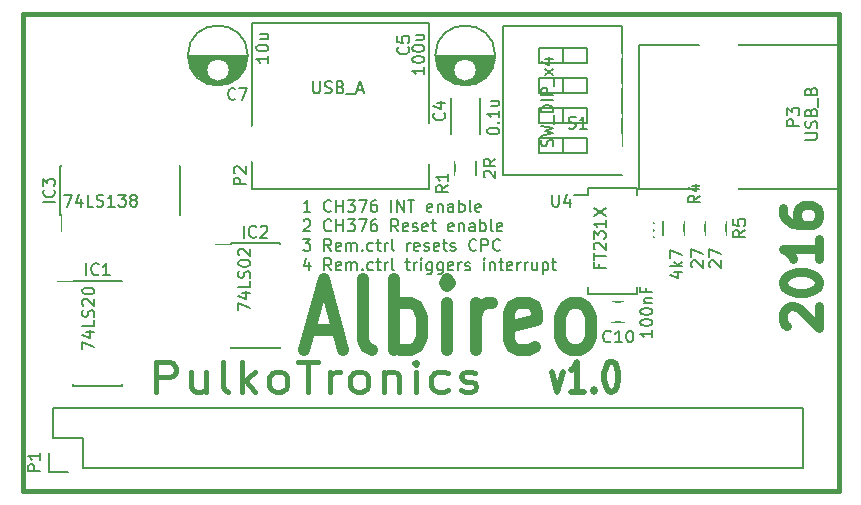
<source format=gto>
G04 #@! TF.GenerationSoftware,KiCad,Pcbnew,5.0.2+dfsg1-1*
G04 #@! TF.CreationDate,2021-08-12T14:43:16+02:00*
G04 #@! TF.ProjectId,ramcard,72616d63-6172-4642-9e6b-696361645f70,rev?*
G04 #@! TF.SameCoordinates,Original*
G04 #@! TF.FileFunction,Legend,Top*
G04 #@! TF.FilePolarity,Positive*
%FSLAX46Y46*%
G04 Gerber Fmt 4.6, Leading zero omitted, Abs format (unit mm)*
G04 Created by KiCad (PCBNEW 5.0.2+dfsg1-1) date jeu. 12 août 2021 14:43:16 CEST*
%MOMM*%
%LPD*%
G01*
G04 APERTURE LIST*
%ADD10C,0.150000*%
%ADD11C,0.750000*%
%ADD12C,1.000000*%
%ADD13C,0.499745*%
%ADD14C,0.381000*%
%ADD15C,0.403860*%
%ADD16C,2.009140*%
%ADD17C,3.507740*%
%ADD18R,1.808000X1.808000*%
%ADD19C,1.808000*%
%ADD20R,2.008000X1.108000*%
%ADD21R,1.108000X2.008000*%
%ADD22C,2.032000*%
%ADD23C,3.208020*%
%ADD24R,1.808000X1.208000*%
%ADD25R,1.508000X1.758000*%
%ADD26R,2.332000X2.032000*%
%ADD27O,2.332000X2.032000*%
%ADD28R,2.235200X2.235200*%
%ADD29O,2.235200X2.235200*%
%ADD30R,1.708000X0.908000*%
G04 APERTURE END LIST*
D10*
X42134404Y-46872380D02*
X41562976Y-46872380D01*
X41848690Y-46872380D02*
X41848690Y-45872380D01*
X41753452Y-46015238D01*
X41658214Y-46110476D01*
X41562976Y-46158095D01*
X43896309Y-46777142D02*
X43848690Y-46824761D01*
X43705833Y-46872380D01*
X43610595Y-46872380D01*
X43467738Y-46824761D01*
X43372500Y-46729523D01*
X43324880Y-46634285D01*
X43277261Y-46443809D01*
X43277261Y-46300952D01*
X43324880Y-46110476D01*
X43372500Y-46015238D01*
X43467738Y-45920000D01*
X43610595Y-45872380D01*
X43705833Y-45872380D01*
X43848690Y-45920000D01*
X43896309Y-45967619D01*
X44324880Y-46872380D02*
X44324880Y-45872380D01*
X44324880Y-46348571D02*
X44896309Y-46348571D01*
X44896309Y-46872380D02*
X44896309Y-45872380D01*
X45277261Y-45872380D02*
X45896309Y-45872380D01*
X45562976Y-46253333D01*
X45705833Y-46253333D01*
X45801071Y-46300952D01*
X45848690Y-46348571D01*
X45896309Y-46443809D01*
X45896309Y-46681904D01*
X45848690Y-46777142D01*
X45801071Y-46824761D01*
X45705833Y-46872380D01*
X45420119Y-46872380D01*
X45324880Y-46824761D01*
X45277261Y-46777142D01*
X46229642Y-45872380D02*
X46896309Y-45872380D01*
X46467738Y-46872380D01*
X47705833Y-45872380D02*
X47515357Y-45872380D01*
X47420119Y-45920000D01*
X47372500Y-45967619D01*
X47277261Y-46110476D01*
X47229642Y-46300952D01*
X47229642Y-46681904D01*
X47277261Y-46777142D01*
X47324880Y-46824761D01*
X47420119Y-46872380D01*
X47610595Y-46872380D01*
X47705833Y-46824761D01*
X47753452Y-46777142D01*
X47801071Y-46681904D01*
X47801071Y-46443809D01*
X47753452Y-46348571D01*
X47705833Y-46300952D01*
X47610595Y-46253333D01*
X47420119Y-46253333D01*
X47324880Y-46300952D01*
X47277261Y-46348571D01*
X47229642Y-46443809D01*
X48991547Y-46872380D02*
X48991547Y-45872380D01*
X49467738Y-46872380D02*
X49467738Y-45872380D01*
X50039166Y-46872380D01*
X50039166Y-45872380D01*
X50372500Y-45872380D02*
X50943928Y-45872380D01*
X50658214Y-46872380D02*
X50658214Y-45872380D01*
X52420119Y-46824761D02*
X52324880Y-46872380D01*
X52134404Y-46872380D01*
X52039166Y-46824761D01*
X51991547Y-46729523D01*
X51991547Y-46348571D01*
X52039166Y-46253333D01*
X52134404Y-46205714D01*
X52324880Y-46205714D01*
X52420119Y-46253333D01*
X52467738Y-46348571D01*
X52467738Y-46443809D01*
X51991547Y-46539047D01*
X52896309Y-46205714D02*
X52896309Y-46872380D01*
X52896309Y-46300952D02*
X52943928Y-46253333D01*
X53039166Y-46205714D01*
X53182023Y-46205714D01*
X53277261Y-46253333D01*
X53324880Y-46348571D01*
X53324880Y-46872380D01*
X54229642Y-46872380D02*
X54229642Y-46348571D01*
X54182023Y-46253333D01*
X54086785Y-46205714D01*
X53896309Y-46205714D01*
X53801071Y-46253333D01*
X54229642Y-46824761D02*
X54134404Y-46872380D01*
X53896309Y-46872380D01*
X53801071Y-46824761D01*
X53753452Y-46729523D01*
X53753452Y-46634285D01*
X53801071Y-46539047D01*
X53896309Y-46491428D01*
X54134404Y-46491428D01*
X54229642Y-46443809D01*
X54705833Y-46872380D02*
X54705833Y-45872380D01*
X54705833Y-46253333D02*
X54801071Y-46205714D01*
X54991547Y-46205714D01*
X55086785Y-46253333D01*
X55134404Y-46300952D01*
X55182023Y-46396190D01*
X55182023Y-46681904D01*
X55134404Y-46777142D01*
X55086785Y-46824761D01*
X54991547Y-46872380D01*
X54801071Y-46872380D01*
X54705833Y-46824761D01*
X55753452Y-46872380D02*
X55658214Y-46824761D01*
X55610595Y-46729523D01*
X55610595Y-45872380D01*
X56515357Y-46824761D02*
X56420119Y-46872380D01*
X56229642Y-46872380D01*
X56134404Y-46824761D01*
X56086785Y-46729523D01*
X56086785Y-46348571D01*
X56134404Y-46253333D01*
X56229642Y-46205714D01*
X56420119Y-46205714D01*
X56515357Y-46253333D01*
X56562976Y-46348571D01*
X56562976Y-46443809D01*
X56086785Y-46539047D01*
X41562976Y-47617619D02*
X41610595Y-47570000D01*
X41705833Y-47522380D01*
X41943928Y-47522380D01*
X42039166Y-47570000D01*
X42086785Y-47617619D01*
X42134404Y-47712857D01*
X42134404Y-47808095D01*
X42086785Y-47950952D01*
X41515357Y-48522380D01*
X42134404Y-48522380D01*
X43896309Y-48427142D02*
X43848690Y-48474761D01*
X43705833Y-48522380D01*
X43610595Y-48522380D01*
X43467738Y-48474761D01*
X43372500Y-48379523D01*
X43324880Y-48284285D01*
X43277261Y-48093809D01*
X43277261Y-47950952D01*
X43324880Y-47760476D01*
X43372500Y-47665238D01*
X43467738Y-47570000D01*
X43610595Y-47522380D01*
X43705833Y-47522380D01*
X43848690Y-47570000D01*
X43896309Y-47617619D01*
X44324880Y-48522380D02*
X44324880Y-47522380D01*
X44324880Y-47998571D02*
X44896309Y-47998571D01*
X44896309Y-48522380D02*
X44896309Y-47522380D01*
X45277261Y-47522380D02*
X45896309Y-47522380D01*
X45562976Y-47903333D01*
X45705833Y-47903333D01*
X45801071Y-47950952D01*
X45848690Y-47998571D01*
X45896309Y-48093809D01*
X45896309Y-48331904D01*
X45848690Y-48427142D01*
X45801071Y-48474761D01*
X45705833Y-48522380D01*
X45420119Y-48522380D01*
X45324880Y-48474761D01*
X45277261Y-48427142D01*
X46229642Y-47522380D02*
X46896309Y-47522380D01*
X46467738Y-48522380D01*
X47705833Y-47522380D02*
X47515357Y-47522380D01*
X47420119Y-47570000D01*
X47372500Y-47617619D01*
X47277261Y-47760476D01*
X47229642Y-47950952D01*
X47229642Y-48331904D01*
X47277261Y-48427142D01*
X47324880Y-48474761D01*
X47420119Y-48522380D01*
X47610595Y-48522380D01*
X47705833Y-48474761D01*
X47753452Y-48427142D01*
X47801071Y-48331904D01*
X47801071Y-48093809D01*
X47753452Y-47998571D01*
X47705833Y-47950952D01*
X47610595Y-47903333D01*
X47420119Y-47903333D01*
X47324880Y-47950952D01*
X47277261Y-47998571D01*
X47229642Y-48093809D01*
X49562976Y-48522380D02*
X49229642Y-48046190D01*
X48991547Y-48522380D02*
X48991547Y-47522380D01*
X49372500Y-47522380D01*
X49467738Y-47570000D01*
X49515357Y-47617619D01*
X49562976Y-47712857D01*
X49562976Y-47855714D01*
X49515357Y-47950952D01*
X49467738Y-47998571D01*
X49372500Y-48046190D01*
X48991547Y-48046190D01*
X50372500Y-48474761D02*
X50277261Y-48522380D01*
X50086785Y-48522380D01*
X49991547Y-48474761D01*
X49943928Y-48379523D01*
X49943928Y-47998571D01*
X49991547Y-47903333D01*
X50086785Y-47855714D01*
X50277261Y-47855714D01*
X50372500Y-47903333D01*
X50420119Y-47998571D01*
X50420119Y-48093809D01*
X49943928Y-48189047D01*
X50801071Y-48474761D02*
X50896309Y-48522380D01*
X51086785Y-48522380D01*
X51182023Y-48474761D01*
X51229642Y-48379523D01*
X51229642Y-48331904D01*
X51182023Y-48236666D01*
X51086785Y-48189047D01*
X50943928Y-48189047D01*
X50848690Y-48141428D01*
X50801071Y-48046190D01*
X50801071Y-47998571D01*
X50848690Y-47903333D01*
X50943928Y-47855714D01*
X51086785Y-47855714D01*
X51182023Y-47903333D01*
X52039166Y-48474761D02*
X51943928Y-48522380D01*
X51753452Y-48522380D01*
X51658214Y-48474761D01*
X51610595Y-48379523D01*
X51610595Y-47998571D01*
X51658214Y-47903333D01*
X51753452Y-47855714D01*
X51943928Y-47855714D01*
X52039166Y-47903333D01*
X52086785Y-47998571D01*
X52086785Y-48093809D01*
X51610595Y-48189047D01*
X52372500Y-47855714D02*
X52753452Y-47855714D01*
X52515357Y-47522380D02*
X52515357Y-48379523D01*
X52562976Y-48474761D01*
X52658214Y-48522380D01*
X52753452Y-48522380D01*
X54229642Y-48474761D02*
X54134404Y-48522380D01*
X53943928Y-48522380D01*
X53848690Y-48474761D01*
X53801071Y-48379523D01*
X53801071Y-47998571D01*
X53848690Y-47903333D01*
X53943928Y-47855714D01*
X54134404Y-47855714D01*
X54229642Y-47903333D01*
X54277261Y-47998571D01*
X54277261Y-48093809D01*
X53801071Y-48189047D01*
X54705833Y-47855714D02*
X54705833Y-48522380D01*
X54705833Y-47950952D02*
X54753452Y-47903333D01*
X54848690Y-47855714D01*
X54991547Y-47855714D01*
X55086785Y-47903333D01*
X55134404Y-47998571D01*
X55134404Y-48522380D01*
X56039166Y-48522380D02*
X56039166Y-47998571D01*
X55991547Y-47903333D01*
X55896309Y-47855714D01*
X55705833Y-47855714D01*
X55610595Y-47903333D01*
X56039166Y-48474761D02*
X55943928Y-48522380D01*
X55705833Y-48522380D01*
X55610595Y-48474761D01*
X55562976Y-48379523D01*
X55562976Y-48284285D01*
X55610595Y-48189047D01*
X55705833Y-48141428D01*
X55943928Y-48141428D01*
X56039166Y-48093809D01*
X56515357Y-48522380D02*
X56515357Y-47522380D01*
X56515357Y-47903333D02*
X56610595Y-47855714D01*
X56801071Y-47855714D01*
X56896309Y-47903333D01*
X56943928Y-47950952D01*
X56991547Y-48046190D01*
X56991547Y-48331904D01*
X56943928Y-48427142D01*
X56896309Y-48474761D01*
X56801071Y-48522380D01*
X56610595Y-48522380D01*
X56515357Y-48474761D01*
X57562976Y-48522380D02*
X57467738Y-48474761D01*
X57420119Y-48379523D01*
X57420119Y-47522380D01*
X58324880Y-48474761D02*
X58229642Y-48522380D01*
X58039166Y-48522380D01*
X57943928Y-48474761D01*
X57896309Y-48379523D01*
X57896309Y-47998571D01*
X57943928Y-47903333D01*
X58039166Y-47855714D01*
X58229642Y-47855714D01*
X58324880Y-47903333D01*
X58372500Y-47998571D01*
X58372500Y-48093809D01*
X57896309Y-48189047D01*
X41515357Y-49172380D02*
X42134404Y-49172380D01*
X41801071Y-49553333D01*
X41943928Y-49553333D01*
X42039166Y-49600952D01*
X42086785Y-49648571D01*
X42134404Y-49743809D01*
X42134404Y-49981904D01*
X42086785Y-50077142D01*
X42039166Y-50124761D01*
X41943928Y-50172380D01*
X41658214Y-50172380D01*
X41562976Y-50124761D01*
X41515357Y-50077142D01*
X43896309Y-50172380D02*
X43562976Y-49696190D01*
X43324880Y-50172380D02*
X43324880Y-49172380D01*
X43705833Y-49172380D01*
X43801071Y-49220000D01*
X43848690Y-49267619D01*
X43896309Y-49362857D01*
X43896309Y-49505714D01*
X43848690Y-49600952D01*
X43801071Y-49648571D01*
X43705833Y-49696190D01*
X43324880Y-49696190D01*
X44705833Y-50124761D02*
X44610595Y-50172380D01*
X44420119Y-50172380D01*
X44324880Y-50124761D01*
X44277261Y-50029523D01*
X44277261Y-49648571D01*
X44324880Y-49553333D01*
X44420119Y-49505714D01*
X44610595Y-49505714D01*
X44705833Y-49553333D01*
X44753452Y-49648571D01*
X44753452Y-49743809D01*
X44277261Y-49839047D01*
X45182023Y-50172380D02*
X45182023Y-49505714D01*
X45182023Y-49600952D02*
X45229642Y-49553333D01*
X45324880Y-49505714D01*
X45467738Y-49505714D01*
X45562976Y-49553333D01*
X45610595Y-49648571D01*
X45610595Y-50172380D01*
X45610595Y-49648571D02*
X45658214Y-49553333D01*
X45753452Y-49505714D01*
X45896309Y-49505714D01*
X45991547Y-49553333D01*
X46039166Y-49648571D01*
X46039166Y-50172380D01*
X46515357Y-50077142D02*
X46562976Y-50124761D01*
X46515357Y-50172380D01*
X46467738Y-50124761D01*
X46515357Y-50077142D01*
X46515357Y-50172380D01*
X47420119Y-50124761D02*
X47324880Y-50172380D01*
X47134404Y-50172380D01*
X47039166Y-50124761D01*
X46991547Y-50077142D01*
X46943928Y-49981904D01*
X46943928Y-49696190D01*
X46991547Y-49600952D01*
X47039166Y-49553333D01*
X47134404Y-49505714D01*
X47324880Y-49505714D01*
X47420119Y-49553333D01*
X47705833Y-49505714D02*
X48086785Y-49505714D01*
X47848690Y-49172380D02*
X47848690Y-50029523D01*
X47896309Y-50124761D01*
X47991547Y-50172380D01*
X48086785Y-50172380D01*
X48420119Y-50172380D02*
X48420119Y-49505714D01*
X48420119Y-49696190D02*
X48467738Y-49600952D01*
X48515357Y-49553333D01*
X48610595Y-49505714D01*
X48705833Y-49505714D01*
X49182023Y-50172380D02*
X49086785Y-50124761D01*
X49039166Y-50029523D01*
X49039166Y-49172380D01*
X50324880Y-50172380D02*
X50324880Y-49505714D01*
X50324880Y-49696190D02*
X50372500Y-49600952D01*
X50420119Y-49553333D01*
X50515357Y-49505714D01*
X50610595Y-49505714D01*
X51324880Y-50124761D02*
X51229642Y-50172380D01*
X51039166Y-50172380D01*
X50943928Y-50124761D01*
X50896309Y-50029523D01*
X50896309Y-49648571D01*
X50943928Y-49553333D01*
X51039166Y-49505714D01*
X51229642Y-49505714D01*
X51324880Y-49553333D01*
X51372500Y-49648571D01*
X51372500Y-49743809D01*
X50896309Y-49839047D01*
X51753452Y-50124761D02*
X51848690Y-50172380D01*
X52039166Y-50172380D01*
X52134404Y-50124761D01*
X52182023Y-50029523D01*
X52182023Y-49981904D01*
X52134404Y-49886666D01*
X52039166Y-49839047D01*
X51896309Y-49839047D01*
X51801071Y-49791428D01*
X51753452Y-49696190D01*
X51753452Y-49648571D01*
X51801071Y-49553333D01*
X51896309Y-49505714D01*
X52039166Y-49505714D01*
X52134404Y-49553333D01*
X52991547Y-50124761D02*
X52896309Y-50172380D01*
X52705833Y-50172380D01*
X52610595Y-50124761D01*
X52562976Y-50029523D01*
X52562976Y-49648571D01*
X52610595Y-49553333D01*
X52705833Y-49505714D01*
X52896309Y-49505714D01*
X52991547Y-49553333D01*
X53039166Y-49648571D01*
X53039166Y-49743809D01*
X52562976Y-49839047D01*
X53324880Y-49505714D02*
X53705833Y-49505714D01*
X53467738Y-49172380D02*
X53467738Y-50029523D01*
X53515357Y-50124761D01*
X53610595Y-50172380D01*
X53705833Y-50172380D01*
X53991547Y-50124761D02*
X54086785Y-50172380D01*
X54277261Y-50172380D01*
X54372500Y-50124761D01*
X54420119Y-50029523D01*
X54420119Y-49981904D01*
X54372500Y-49886666D01*
X54277261Y-49839047D01*
X54134404Y-49839047D01*
X54039166Y-49791428D01*
X53991547Y-49696190D01*
X53991547Y-49648571D01*
X54039166Y-49553333D01*
X54134404Y-49505714D01*
X54277261Y-49505714D01*
X54372500Y-49553333D01*
X56182023Y-50077142D02*
X56134404Y-50124761D01*
X55991547Y-50172380D01*
X55896309Y-50172380D01*
X55753452Y-50124761D01*
X55658214Y-50029523D01*
X55610595Y-49934285D01*
X55562976Y-49743809D01*
X55562976Y-49600952D01*
X55610595Y-49410476D01*
X55658214Y-49315238D01*
X55753452Y-49220000D01*
X55896309Y-49172380D01*
X55991547Y-49172380D01*
X56134404Y-49220000D01*
X56182023Y-49267619D01*
X56610595Y-50172380D02*
X56610595Y-49172380D01*
X56991547Y-49172380D01*
X57086785Y-49220000D01*
X57134404Y-49267619D01*
X57182023Y-49362857D01*
X57182023Y-49505714D01*
X57134404Y-49600952D01*
X57086785Y-49648571D01*
X56991547Y-49696190D01*
X56610595Y-49696190D01*
X58182023Y-50077142D02*
X58134404Y-50124761D01*
X57991547Y-50172380D01*
X57896309Y-50172380D01*
X57753452Y-50124761D01*
X57658214Y-50029523D01*
X57610595Y-49934285D01*
X57562976Y-49743809D01*
X57562976Y-49600952D01*
X57610595Y-49410476D01*
X57658214Y-49315238D01*
X57753452Y-49220000D01*
X57896309Y-49172380D01*
X57991547Y-49172380D01*
X58134404Y-49220000D01*
X58182023Y-49267619D01*
X42039166Y-51155714D02*
X42039166Y-51822380D01*
X41801071Y-50774761D02*
X41562976Y-51489047D01*
X42182023Y-51489047D01*
X43896309Y-51822380D02*
X43562976Y-51346190D01*
X43324880Y-51822380D02*
X43324880Y-50822380D01*
X43705833Y-50822380D01*
X43801071Y-50870000D01*
X43848690Y-50917619D01*
X43896309Y-51012857D01*
X43896309Y-51155714D01*
X43848690Y-51250952D01*
X43801071Y-51298571D01*
X43705833Y-51346190D01*
X43324880Y-51346190D01*
X44705833Y-51774761D02*
X44610595Y-51822380D01*
X44420119Y-51822380D01*
X44324880Y-51774761D01*
X44277261Y-51679523D01*
X44277261Y-51298571D01*
X44324880Y-51203333D01*
X44420119Y-51155714D01*
X44610595Y-51155714D01*
X44705833Y-51203333D01*
X44753452Y-51298571D01*
X44753452Y-51393809D01*
X44277261Y-51489047D01*
X45182023Y-51822380D02*
X45182023Y-51155714D01*
X45182023Y-51250952D02*
X45229642Y-51203333D01*
X45324880Y-51155714D01*
X45467738Y-51155714D01*
X45562976Y-51203333D01*
X45610595Y-51298571D01*
X45610595Y-51822380D01*
X45610595Y-51298571D02*
X45658214Y-51203333D01*
X45753452Y-51155714D01*
X45896309Y-51155714D01*
X45991547Y-51203333D01*
X46039166Y-51298571D01*
X46039166Y-51822380D01*
X46515357Y-51727142D02*
X46562976Y-51774761D01*
X46515357Y-51822380D01*
X46467738Y-51774761D01*
X46515357Y-51727142D01*
X46515357Y-51822380D01*
X47420119Y-51774761D02*
X47324880Y-51822380D01*
X47134404Y-51822380D01*
X47039166Y-51774761D01*
X46991547Y-51727142D01*
X46943928Y-51631904D01*
X46943928Y-51346190D01*
X46991547Y-51250952D01*
X47039166Y-51203333D01*
X47134404Y-51155714D01*
X47324880Y-51155714D01*
X47420119Y-51203333D01*
X47705833Y-51155714D02*
X48086785Y-51155714D01*
X47848690Y-50822380D02*
X47848690Y-51679523D01*
X47896309Y-51774761D01*
X47991547Y-51822380D01*
X48086785Y-51822380D01*
X48420119Y-51822380D02*
X48420119Y-51155714D01*
X48420119Y-51346190D02*
X48467738Y-51250952D01*
X48515357Y-51203333D01*
X48610595Y-51155714D01*
X48705833Y-51155714D01*
X49182023Y-51822380D02*
X49086785Y-51774761D01*
X49039166Y-51679523D01*
X49039166Y-50822380D01*
X50182023Y-51155714D02*
X50562976Y-51155714D01*
X50324880Y-50822380D02*
X50324880Y-51679523D01*
X50372500Y-51774761D01*
X50467738Y-51822380D01*
X50562976Y-51822380D01*
X50896309Y-51822380D02*
X50896309Y-51155714D01*
X50896309Y-51346190D02*
X50943928Y-51250952D01*
X50991547Y-51203333D01*
X51086785Y-51155714D01*
X51182023Y-51155714D01*
X51515357Y-51822380D02*
X51515357Y-51155714D01*
X51515357Y-50822380D02*
X51467738Y-50870000D01*
X51515357Y-50917619D01*
X51562976Y-50870000D01*
X51515357Y-50822380D01*
X51515357Y-50917619D01*
X52420119Y-51155714D02*
X52420119Y-51965238D01*
X52372500Y-52060476D01*
X52324880Y-52108095D01*
X52229642Y-52155714D01*
X52086785Y-52155714D01*
X51991547Y-52108095D01*
X52420119Y-51774761D02*
X52324880Y-51822380D01*
X52134404Y-51822380D01*
X52039166Y-51774761D01*
X51991547Y-51727142D01*
X51943928Y-51631904D01*
X51943928Y-51346190D01*
X51991547Y-51250952D01*
X52039166Y-51203333D01*
X52134404Y-51155714D01*
X52324880Y-51155714D01*
X52420119Y-51203333D01*
X53324880Y-51155714D02*
X53324880Y-51965238D01*
X53277261Y-52060476D01*
X53229642Y-52108095D01*
X53134404Y-52155714D01*
X52991547Y-52155714D01*
X52896309Y-52108095D01*
X53324880Y-51774761D02*
X53229642Y-51822380D01*
X53039166Y-51822380D01*
X52943928Y-51774761D01*
X52896309Y-51727142D01*
X52848690Y-51631904D01*
X52848690Y-51346190D01*
X52896309Y-51250952D01*
X52943928Y-51203333D01*
X53039166Y-51155714D01*
X53229642Y-51155714D01*
X53324880Y-51203333D01*
X54182023Y-51774761D02*
X54086785Y-51822380D01*
X53896309Y-51822380D01*
X53801071Y-51774761D01*
X53753452Y-51679523D01*
X53753452Y-51298571D01*
X53801071Y-51203333D01*
X53896309Y-51155714D01*
X54086785Y-51155714D01*
X54182023Y-51203333D01*
X54229642Y-51298571D01*
X54229642Y-51393809D01*
X53753452Y-51489047D01*
X54658214Y-51822380D02*
X54658214Y-51155714D01*
X54658214Y-51346190D02*
X54705833Y-51250952D01*
X54753452Y-51203333D01*
X54848690Y-51155714D01*
X54943928Y-51155714D01*
X55229642Y-51774761D02*
X55324880Y-51822380D01*
X55515357Y-51822380D01*
X55610595Y-51774761D01*
X55658214Y-51679523D01*
X55658214Y-51631904D01*
X55610595Y-51536666D01*
X55515357Y-51489047D01*
X55372500Y-51489047D01*
X55277261Y-51441428D01*
X55229642Y-51346190D01*
X55229642Y-51298571D01*
X55277261Y-51203333D01*
X55372500Y-51155714D01*
X55515357Y-51155714D01*
X55610595Y-51203333D01*
X56848690Y-51822380D02*
X56848690Y-51155714D01*
X56848690Y-50822380D02*
X56801071Y-50870000D01*
X56848690Y-50917619D01*
X56896309Y-50870000D01*
X56848690Y-50822380D01*
X56848690Y-50917619D01*
X57324880Y-51155714D02*
X57324880Y-51822380D01*
X57324880Y-51250952D02*
X57372500Y-51203333D01*
X57467738Y-51155714D01*
X57610595Y-51155714D01*
X57705833Y-51203333D01*
X57753452Y-51298571D01*
X57753452Y-51822380D01*
X58086785Y-51155714D02*
X58467738Y-51155714D01*
X58229642Y-50822380D02*
X58229642Y-51679523D01*
X58277261Y-51774761D01*
X58372500Y-51822380D01*
X58467738Y-51822380D01*
X59182023Y-51774761D02*
X59086785Y-51822380D01*
X58896309Y-51822380D01*
X58801071Y-51774761D01*
X58753452Y-51679523D01*
X58753452Y-51298571D01*
X58801071Y-51203333D01*
X58896309Y-51155714D01*
X59086785Y-51155714D01*
X59182023Y-51203333D01*
X59229642Y-51298571D01*
X59229642Y-51393809D01*
X58753452Y-51489047D01*
X59658214Y-51822380D02*
X59658214Y-51155714D01*
X59658214Y-51346190D02*
X59705833Y-51250952D01*
X59753452Y-51203333D01*
X59848690Y-51155714D01*
X59943928Y-51155714D01*
X60277261Y-51822380D02*
X60277261Y-51155714D01*
X60277261Y-51346190D02*
X60324880Y-51250952D01*
X60372500Y-51203333D01*
X60467738Y-51155714D01*
X60562976Y-51155714D01*
X61324880Y-51155714D02*
X61324880Y-51822380D01*
X60896309Y-51155714D02*
X60896309Y-51679523D01*
X60943928Y-51774761D01*
X61039166Y-51822380D01*
X61182023Y-51822380D01*
X61277261Y-51774761D01*
X61324880Y-51727142D01*
X61801071Y-51155714D02*
X61801071Y-52155714D01*
X61801071Y-51203333D02*
X61896309Y-51155714D01*
X62086785Y-51155714D01*
X62182023Y-51203333D01*
X62229642Y-51250952D01*
X62277261Y-51346190D01*
X62277261Y-51631904D01*
X62229642Y-51727142D01*
X62182023Y-51774761D01*
X62086785Y-51822380D01*
X61896309Y-51822380D01*
X61801071Y-51774761D01*
X62562976Y-51155714D02*
X62943928Y-51155714D01*
X62705833Y-50822380D02*
X62705833Y-51679523D01*
X62753452Y-51774761D01*
X62848690Y-51822380D01*
X62943928Y-51822380D01*
D11*
X82462857Y-56577857D02*
X82320000Y-56435000D01*
X82177142Y-56149285D01*
X82177142Y-55435000D01*
X82320000Y-55149285D01*
X82462857Y-55006428D01*
X82748571Y-54863571D01*
X83034285Y-54863571D01*
X83462857Y-55006428D01*
X85177142Y-56720714D01*
X85177142Y-54863571D01*
X82177142Y-53006428D02*
X82177142Y-52720714D01*
X82320000Y-52435000D01*
X82462857Y-52292142D01*
X82748571Y-52149285D01*
X83320000Y-52006428D01*
X84034285Y-52006428D01*
X84605714Y-52149285D01*
X84891428Y-52292142D01*
X85034285Y-52435000D01*
X85177142Y-52720714D01*
X85177142Y-53006428D01*
X85034285Y-53292142D01*
X84891428Y-53435000D01*
X84605714Y-53577857D01*
X84034285Y-53720714D01*
X83320000Y-53720714D01*
X82748571Y-53577857D01*
X82462857Y-53435000D01*
X82320000Y-53292142D01*
X82177142Y-53006428D01*
X85177142Y-49149285D02*
X85177142Y-50863571D01*
X85177142Y-50006428D02*
X82177142Y-50006428D01*
X82605714Y-50292142D01*
X82891428Y-50577857D01*
X83034285Y-50863571D01*
X82177142Y-46577857D02*
X82177142Y-47149285D01*
X82320000Y-47435000D01*
X82462857Y-47577857D01*
X82891428Y-47863571D01*
X83462857Y-48006428D01*
X84605714Y-48006428D01*
X84891428Y-47863571D01*
X85034285Y-47720714D01*
X85177142Y-47435000D01*
X85177142Y-46863571D01*
X85034285Y-46577857D01*
X84891428Y-46435000D01*
X84605714Y-46292142D01*
X83891428Y-46292142D01*
X83605714Y-46435000D01*
X83462857Y-46577857D01*
X83320000Y-46863571D01*
X83320000Y-47435000D01*
X83462857Y-47720714D01*
X83605714Y-47863571D01*
X83891428Y-48006428D01*
D12*
X42070238Y-56880000D02*
X44451190Y-56880000D01*
X41594047Y-58594285D02*
X43260714Y-52594285D01*
X44927380Y-58594285D01*
X47308333Y-58594285D02*
X46832142Y-58308571D01*
X46594047Y-57737142D01*
X46594047Y-52594285D01*
X49213095Y-58594285D02*
X49213095Y-52594285D01*
X49213095Y-54880000D02*
X49689285Y-54594285D01*
X50641666Y-54594285D01*
X51117857Y-54880000D01*
X51355952Y-55165714D01*
X51594047Y-55737142D01*
X51594047Y-57451428D01*
X51355952Y-58022857D01*
X51117857Y-58308571D01*
X50641666Y-58594285D01*
X49689285Y-58594285D01*
X49213095Y-58308571D01*
X53736904Y-58594285D02*
X53736904Y-54594285D01*
X53736904Y-52594285D02*
X53498809Y-52880000D01*
X53736904Y-53165714D01*
X53975000Y-52880000D01*
X53736904Y-52594285D01*
X53736904Y-53165714D01*
X56117857Y-58594285D02*
X56117857Y-54594285D01*
X56117857Y-55737142D02*
X56355952Y-55165714D01*
X56594047Y-54880000D01*
X57070238Y-54594285D01*
X57546428Y-54594285D01*
X61117857Y-58308571D02*
X60641666Y-58594285D01*
X59689285Y-58594285D01*
X59213095Y-58308571D01*
X58975000Y-57737142D01*
X58975000Y-55451428D01*
X59213095Y-54880000D01*
X59689285Y-54594285D01*
X60641666Y-54594285D01*
X61117857Y-54880000D01*
X61355952Y-55451428D01*
X61355952Y-56022857D01*
X58975000Y-56594285D01*
X64213095Y-58594285D02*
X63736904Y-58308571D01*
X63498809Y-58022857D01*
X63260714Y-57451428D01*
X63260714Y-55737142D01*
X63498809Y-55165714D01*
X63736904Y-54880000D01*
X64213095Y-54594285D01*
X64927380Y-54594285D01*
X65403571Y-54880000D01*
X65641666Y-55165714D01*
X65879761Y-55737142D01*
X65879761Y-57451428D01*
X65641666Y-58022857D01*
X65403571Y-58308571D01*
X64927380Y-58594285D01*
X64213095Y-58594285D01*
D13*
X62549314Y-60424422D02*
X63025261Y-62090662D01*
X63501209Y-60424422D01*
X65309810Y-62090662D02*
X64167536Y-62090662D01*
X64738673Y-62090662D02*
X64738673Y-59591302D01*
X64548294Y-59948354D01*
X64357915Y-60186388D01*
X64167536Y-60305405D01*
X66166516Y-61852628D02*
X66261705Y-61971645D01*
X66166516Y-62090662D01*
X66071326Y-61971645D01*
X66166516Y-61852628D01*
X66166516Y-62090662D01*
X67499169Y-59591302D02*
X67689548Y-59591302D01*
X67879927Y-59710320D01*
X67975117Y-59829337D01*
X68070306Y-60067371D01*
X68165496Y-60543440D01*
X68165496Y-61138525D01*
X68070306Y-61614594D01*
X67975117Y-61852628D01*
X67879927Y-61971645D01*
X67689548Y-62090662D01*
X67499169Y-62090662D01*
X67308790Y-61971645D01*
X67213600Y-61852628D01*
X67118411Y-61614594D01*
X67023221Y-61138525D01*
X67023221Y-60543440D01*
X67118411Y-60067371D01*
X67213600Y-59829337D01*
X67308790Y-59710320D01*
X67499169Y-59591302D01*
D14*
X86868000Y-30099000D02*
X17780000Y-30099000D01*
X86868000Y-70485000D02*
X86868000Y-30099000D01*
X17780000Y-70485000D02*
X86868000Y-70485000D01*
X17780000Y-30099000D02*
X17780000Y-70485000D01*
D15*
X29044999Y-62105600D02*
X29044999Y-59573220D01*
X30187857Y-59573220D01*
X30473571Y-59693810D01*
X30616428Y-59814399D01*
X30759285Y-60055578D01*
X30759285Y-60417347D01*
X30616428Y-60658526D01*
X30473571Y-60779115D01*
X30187857Y-60899705D01*
X29044999Y-60899705D01*
X33330714Y-60417347D02*
X33330714Y-62105600D01*
X32044999Y-60417347D02*
X32044999Y-61743831D01*
X32187857Y-61985010D01*
X32473571Y-62105600D01*
X32902142Y-62105600D01*
X33187857Y-61985010D01*
X33330714Y-61864421D01*
X35187857Y-62105600D02*
X34902142Y-61985010D01*
X34759285Y-61743831D01*
X34759285Y-59573220D01*
X36330714Y-62105600D02*
X36330714Y-59573220D01*
X36616428Y-61140884D02*
X37473571Y-62105600D01*
X37473571Y-60417347D02*
X36330714Y-61382063D01*
X39187857Y-62105600D02*
X38902142Y-61985010D01*
X38759285Y-61864421D01*
X38616428Y-61623242D01*
X38616428Y-60899705D01*
X38759285Y-60658526D01*
X38902142Y-60537936D01*
X39187857Y-60417347D01*
X39616428Y-60417347D01*
X39902142Y-60537936D01*
X40045000Y-60658526D01*
X40187857Y-60899705D01*
X40187857Y-61623242D01*
X40045000Y-61864421D01*
X39902142Y-61985010D01*
X39616428Y-62105600D01*
X39187857Y-62105600D01*
X41045000Y-59573220D02*
X42759285Y-59573220D01*
X41902142Y-62105600D02*
X41902142Y-59573220D01*
X43759285Y-62105600D02*
X43759285Y-60417347D01*
X43759285Y-60899705D02*
X43902142Y-60658526D01*
X44045000Y-60537936D01*
X44330714Y-60417347D01*
X44616428Y-60417347D01*
X46045000Y-62105600D02*
X45759285Y-61985010D01*
X45616428Y-61864421D01*
X45473571Y-61623242D01*
X45473571Y-60899705D01*
X45616428Y-60658526D01*
X45759285Y-60537936D01*
X46045000Y-60417347D01*
X46473571Y-60417347D01*
X46759285Y-60537936D01*
X46902142Y-60658526D01*
X47045000Y-60899705D01*
X47045000Y-61623242D01*
X46902142Y-61864421D01*
X46759285Y-61985010D01*
X46473571Y-62105600D01*
X46045000Y-62105600D01*
X48330714Y-60417347D02*
X48330714Y-62105600D01*
X48330714Y-60658526D02*
X48473571Y-60537936D01*
X48759285Y-60417347D01*
X49187857Y-60417347D01*
X49473571Y-60537936D01*
X49616428Y-60779115D01*
X49616428Y-62105600D01*
X51044999Y-62105600D02*
X51044999Y-60417347D01*
X51044999Y-59573220D02*
X50902142Y-59693810D01*
X51044999Y-59814399D01*
X51187857Y-59693810D01*
X51044999Y-59573220D01*
X51044999Y-59814399D01*
X53759285Y-61985010D02*
X53473571Y-62105600D01*
X52902142Y-62105600D01*
X52616428Y-61985010D01*
X52473571Y-61864421D01*
X52330714Y-61623242D01*
X52330714Y-60899705D01*
X52473571Y-60658526D01*
X52616428Y-60537936D01*
X52902142Y-60417347D01*
X53473571Y-60417347D01*
X53759285Y-60537936D01*
X54902142Y-61985010D02*
X55187857Y-62105600D01*
X55759285Y-62105600D01*
X56044999Y-61985010D01*
X56187857Y-61743831D01*
X56187857Y-61623242D01*
X56044999Y-61382063D01*
X55759285Y-61261473D01*
X55330714Y-61261473D01*
X55044999Y-61140884D01*
X54902142Y-60899705D01*
X54902142Y-60779115D01*
X55044999Y-60537936D01*
X55330714Y-60417347D01*
X55759285Y-60417347D01*
X56044999Y-60537936D01*
D10*
G04 #@! TO.C,P2*
X37210140Y-44960120D02*
X37210140Y-30863120D01*
X52196140Y-30863120D02*
X52196140Y-44960120D01*
X37210140Y-44960120D02*
X52196140Y-44960120D01*
X37210140Y-30863120D02*
X52196140Y-30863120D01*
G04 #@! TO.C,C4*
X53995000Y-40255000D02*
X53995000Y-37255000D01*
X56495000Y-37255000D02*
X56495000Y-40255000D01*
G04 #@! TO.C,C5*
X57744000Y-33710000D02*
X52746000Y-33710000D01*
X57736000Y-33850000D02*
X52754000Y-33850000D01*
X57720000Y-33990000D02*
X55340000Y-33990000D01*
X55150000Y-33990000D02*
X52770000Y-33990000D01*
X57696000Y-34130000D02*
X55735000Y-34130000D01*
X54755000Y-34130000D02*
X52794000Y-34130000D01*
X57663000Y-34270000D02*
X55902000Y-34270000D01*
X54588000Y-34270000D02*
X52827000Y-34270000D01*
X57622000Y-34410000D02*
X56009000Y-34410000D01*
X54481000Y-34410000D02*
X52868000Y-34410000D01*
X57572000Y-34550000D02*
X56080000Y-34550000D01*
X54410000Y-34550000D02*
X52918000Y-34550000D01*
X57511000Y-34690000D02*
X56124000Y-34690000D01*
X54366000Y-34690000D02*
X52979000Y-34690000D01*
X57441000Y-34830000D02*
X56143000Y-34830000D01*
X54347000Y-34830000D02*
X53049000Y-34830000D01*
X57359000Y-34970000D02*
X56141000Y-34970000D01*
X54349000Y-34970000D02*
X53131000Y-34970000D01*
X57264000Y-35110000D02*
X56116000Y-35110000D01*
X54374000Y-35110000D02*
X53226000Y-35110000D01*
X57153000Y-35250000D02*
X56068000Y-35250000D01*
X54422000Y-35250000D02*
X53337000Y-35250000D01*
X57025000Y-35390000D02*
X55990000Y-35390000D01*
X54500000Y-35390000D02*
X53465000Y-35390000D01*
X56876000Y-35530000D02*
X55873000Y-35530000D01*
X54617000Y-35530000D02*
X53614000Y-35530000D01*
X56697000Y-35670000D02*
X55685000Y-35670000D01*
X54805000Y-35670000D02*
X53793000Y-35670000D01*
X56478000Y-35810000D02*
X54012000Y-35810000D01*
X56189000Y-35950000D02*
X54301000Y-35950000D01*
X55717000Y-36090000D02*
X54773000Y-36090000D01*
X56145000Y-34885000D02*
G75*
G03X56145000Y-34885000I-900000J0D01*
G01*
X57782500Y-33635000D02*
G75*
G03X57782500Y-33635000I-2537500J0D01*
G01*
G04 #@! TO.C,C7*
X36789000Y-33710000D02*
X31791000Y-33710000D01*
X36781000Y-33850000D02*
X31799000Y-33850000D01*
X36765000Y-33990000D02*
X34385000Y-33990000D01*
X34195000Y-33990000D02*
X31815000Y-33990000D01*
X36741000Y-34130000D02*
X34780000Y-34130000D01*
X33800000Y-34130000D02*
X31839000Y-34130000D01*
X36708000Y-34270000D02*
X34947000Y-34270000D01*
X33633000Y-34270000D02*
X31872000Y-34270000D01*
X36667000Y-34410000D02*
X35054000Y-34410000D01*
X33526000Y-34410000D02*
X31913000Y-34410000D01*
X36617000Y-34550000D02*
X35125000Y-34550000D01*
X33455000Y-34550000D02*
X31963000Y-34550000D01*
X36556000Y-34690000D02*
X35169000Y-34690000D01*
X33411000Y-34690000D02*
X32024000Y-34690000D01*
X36486000Y-34830000D02*
X35188000Y-34830000D01*
X33392000Y-34830000D02*
X32094000Y-34830000D01*
X36404000Y-34970000D02*
X35186000Y-34970000D01*
X33394000Y-34970000D02*
X32176000Y-34970000D01*
X36309000Y-35110000D02*
X35161000Y-35110000D01*
X33419000Y-35110000D02*
X32271000Y-35110000D01*
X36198000Y-35250000D02*
X35113000Y-35250000D01*
X33467000Y-35250000D02*
X32382000Y-35250000D01*
X36070000Y-35390000D02*
X35035000Y-35390000D01*
X33545000Y-35390000D02*
X32510000Y-35390000D01*
X35921000Y-35530000D02*
X34918000Y-35530000D01*
X33662000Y-35530000D02*
X32659000Y-35530000D01*
X35742000Y-35670000D02*
X34730000Y-35670000D01*
X33850000Y-35670000D02*
X32838000Y-35670000D01*
X35523000Y-35810000D02*
X33057000Y-35810000D01*
X35234000Y-35950000D02*
X33346000Y-35950000D01*
X34762000Y-36090000D02*
X33818000Y-36090000D01*
X35190000Y-34885000D02*
G75*
G03X35190000Y-34885000I-900000J0D01*
G01*
X36827500Y-33635000D02*
G75*
G03X36827500Y-33635000I-2537500J0D01*
G01*
G04 #@! TO.C,IC1*
X22055000Y-52700000D02*
X22055000Y-52815000D01*
X26205000Y-52700000D02*
X26205000Y-52815000D01*
X26205000Y-61600000D02*
X26205000Y-61485000D01*
X22055000Y-61600000D02*
X22055000Y-61485000D01*
X22055000Y-52700000D02*
X26205000Y-52700000D01*
X22055000Y-61600000D02*
X26205000Y-61600000D01*
X22055000Y-52815000D02*
X20680000Y-52815000D01*
G04 #@! TO.C,IC2*
X35390000Y-49525000D02*
X35390000Y-49640000D01*
X39540000Y-49525000D02*
X39540000Y-49640000D01*
X39540000Y-58425000D02*
X39540000Y-58310000D01*
X35390000Y-58425000D02*
X35390000Y-58310000D01*
X35390000Y-49525000D02*
X39540000Y-49525000D01*
X35390000Y-58425000D02*
X39540000Y-58425000D01*
X35390000Y-49640000D02*
X34015000Y-49640000D01*
G04 #@! TO.C,IC3*
X20960000Y-47160000D02*
X21065000Y-47160000D01*
X20960000Y-43010000D02*
X21065000Y-43010000D01*
X31110000Y-43010000D02*
X31005000Y-43010000D01*
X31110000Y-47160000D02*
X31005000Y-47160000D01*
X20960000Y-47160000D02*
X20960000Y-43010000D01*
X31110000Y-47160000D02*
X31110000Y-43010000D01*
X21065000Y-47160000D02*
X21065000Y-48535000D01*
G04 #@! TO.C,P3*
X78359000Y-44958000D02*
X86995000Y-44958000D01*
X69977000Y-44958000D02*
X75057000Y-44958000D01*
X78359000Y-32766000D02*
X86995000Y-32766000D01*
X69977000Y-32766000D02*
X75057000Y-32766000D01*
X86995000Y-32766000D02*
X86995000Y-44958000D01*
X69977000Y-44958000D02*
X69977000Y-32766000D01*
G04 #@! TO.C,R1*
X56120000Y-42580000D02*
X56120000Y-43780000D01*
X54370000Y-43780000D02*
X54370000Y-42580000D01*
G04 #@! TO.C,R4*
X75551000Y-47660000D02*
X75551000Y-48860000D01*
X73801000Y-48860000D02*
X73801000Y-47660000D01*
G04 #@! TO.C,R5*
X77329000Y-47660000D02*
X77329000Y-48860000D01*
X75579000Y-48860000D02*
X75579000Y-47660000D01*
G04 #@! TO.C,C10*
X67699000Y-56222000D02*
X68699000Y-56222000D01*
X68699000Y-54522000D02*
X67699000Y-54522000D01*
G04 #@! TO.C,S1*
X61470000Y-41915000D02*
X65530000Y-41915000D01*
X63500000Y-41915000D02*
X63500000Y-40635000D01*
X65530000Y-41915000D02*
X65530000Y-40635000D01*
X65530000Y-40635000D02*
X61470000Y-40635000D01*
X61470000Y-40635000D02*
X61470000Y-41915000D01*
X61470000Y-39375000D02*
X65530000Y-39375000D01*
X63500000Y-39375000D02*
X63500000Y-38095000D01*
X65530000Y-39375000D02*
X65530000Y-38095000D01*
X65530000Y-38095000D02*
X61470000Y-38095000D01*
X61470000Y-38095000D02*
X61470000Y-39375000D01*
X61470000Y-36835000D02*
X65530000Y-36835000D01*
X63500000Y-36835000D02*
X63500000Y-35555000D01*
X65530000Y-36835000D02*
X65530000Y-35555000D01*
X65530000Y-35555000D02*
X61470000Y-35555000D01*
X61470000Y-35555000D02*
X61470000Y-36835000D01*
X61470000Y-34295000D02*
X65530000Y-34295000D01*
X63500000Y-34295000D02*
X63500000Y-33015000D01*
X65530000Y-34295000D02*
X65530000Y-33015000D01*
X65530000Y-33015000D02*
X61470000Y-33015000D01*
X61470000Y-33015000D02*
X61470000Y-34295000D01*
X68520000Y-43755000D02*
X58480000Y-43755000D01*
X58480000Y-43755000D02*
X58480000Y-31175000D01*
X58480000Y-31175000D02*
X68520000Y-31175000D01*
X68520000Y-31175000D02*
X68520000Y-41275000D01*
G04 #@! TO.C,P1*
X22860000Y-68580000D02*
X83820000Y-68580000D01*
X83820000Y-63500000D02*
X20320000Y-63500000D01*
X83820000Y-63500000D02*
X83820000Y-68580000D01*
X20320000Y-63500000D02*
X20320000Y-66040000D01*
X20040000Y-67310000D02*
X20040000Y-68860000D01*
X20320000Y-66040000D02*
X22860000Y-66040000D01*
X22860000Y-66040000D02*
X22860000Y-68580000D01*
X20040000Y-68860000D02*
X21590000Y-68860000D01*
G04 #@! TO.C,U4*
X65616000Y-44864500D02*
X65616000Y-45422000D01*
X69766000Y-44864500D02*
X69766000Y-45422000D01*
X69766000Y-53814500D02*
X69766000Y-53257000D01*
X65616000Y-53814500D02*
X65616000Y-53257000D01*
X65616000Y-44864500D02*
X69766000Y-44864500D01*
X65616000Y-53814500D02*
X69766000Y-53814500D01*
X65616000Y-45422000D02*
X64491000Y-45422000D01*
G04 #@! TO.C,R7*
X73773000Y-47660000D02*
X73773000Y-48860000D01*
X72023000Y-48860000D02*
X72023000Y-47660000D01*
G04 #@! TD*
G04 #@! TO.C,P2*
X36647380Y-44553095D02*
X35647380Y-44553095D01*
X35647380Y-44172142D01*
X35695000Y-44076904D01*
X35742619Y-44029285D01*
X35837857Y-43981666D01*
X35980714Y-43981666D01*
X36075952Y-44029285D01*
X36123571Y-44076904D01*
X36171190Y-44172142D01*
X36171190Y-44553095D01*
X35742619Y-43600714D02*
X35695000Y-43553095D01*
X35647380Y-43457857D01*
X35647380Y-43219761D01*
X35695000Y-43124523D01*
X35742619Y-43076904D01*
X35837857Y-43029285D01*
X35933095Y-43029285D01*
X36075952Y-43076904D01*
X36647380Y-43648333D01*
X36647380Y-43029285D01*
X42350631Y-35832800D02*
X42350631Y-36642324D01*
X42398250Y-36737562D01*
X42445869Y-36785181D01*
X42541107Y-36832800D01*
X42731583Y-36832800D01*
X42826821Y-36785181D01*
X42874440Y-36737562D01*
X42922060Y-36642324D01*
X42922060Y-35832800D01*
X43350631Y-36785181D02*
X43493488Y-36832800D01*
X43731583Y-36832800D01*
X43826821Y-36785181D01*
X43874440Y-36737562D01*
X43922060Y-36642324D01*
X43922060Y-36547086D01*
X43874440Y-36451848D01*
X43826821Y-36404229D01*
X43731583Y-36356610D01*
X43541107Y-36308991D01*
X43445869Y-36261372D01*
X43398250Y-36213753D01*
X43350631Y-36118515D01*
X43350631Y-36023277D01*
X43398250Y-35928039D01*
X43445869Y-35880420D01*
X43541107Y-35832800D01*
X43779202Y-35832800D01*
X43922060Y-35880420D01*
X44683964Y-36308991D02*
X44826821Y-36356610D01*
X44874440Y-36404229D01*
X44922060Y-36499467D01*
X44922060Y-36642324D01*
X44874440Y-36737562D01*
X44826821Y-36785181D01*
X44731583Y-36832800D01*
X44350631Y-36832800D01*
X44350631Y-35832800D01*
X44683964Y-35832800D01*
X44779202Y-35880420D01*
X44826821Y-35928039D01*
X44874440Y-36023277D01*
X44874440Y-36118515D01*
X44826821Y-36213753D01*
X44779202Y-36261372D01*
X44683964Y-36308991D01*
X44350631Y-36308991D01*
X45112536Y-36928039D02*
X45874440Y-36928039D01*
X46064917Y-36547086D02*
X46541107Y-36547086D01*
X45969679Y-36832800D02*
X46303012Y-35832800D01*
X46636345Y-36832800D01*
G04 #@! TO.C,C4*
X53443142Y-38520666D02*
X53490761Y-38568285D01*
X53538380Y-38711142D01*
X53538380Y-38806380D01*
X53490761Y-38949238D01*
X53395523Y-39044476D01*
X53300285Y-39092095D01*
X53109809Y-39139714D01*
X52966952Y-39139714D01*
X52776476Y-39092095D01*
X52681238Y-39044476D01*
X52586000Y-38949238D01*
X52538380Y-38806380D01*
X52538380Y-38711142D01*
X52586000Y-38568285D01*
X52633619Y-38520666D01*
X52871714Y-37663523D02*
X53538380Y-37663523D01*
X52490761Y-37901619D02*
X53205047Y-38139714D01*
X53205047Y-37520666D01*
X57110380Y-40076285D02*
X57110380Y-39981047D01*
X57158000Y-39885809D01*
X57205619Y-39838190D01*
X57300857Y-39790571D01*
X57491333Y-39742952D01*
X57729428Y-39742952D01*
X57919904Y-39790571D01*
X58015142Y-39838190D01*
X58062761Y-39885809D01*
X58110380Y-39981047D01*
X58110380Y-40076285D01*
X58062761Y-40171523D01*
X58015142Y-40219142D01*
X57919904Y-40266761D01*
X57729428Y-40314380D01*
X57491333Y-40314380D01*
X57300857Y-40266761D01*
X57205619Y-40219142D01*
X57158000Y-40171523D01*
X57110380Y-40076285D01*
X58015142Y-39314380D02*
X58062761Y-39266761D01*
X58110380Y-39314380D01*
X58062761Y-39362000D01*
X58015142Y-39314380D01*
X58110380Y-39314380D01*
X58110380Y-38314380D02*
X58110380Y-38885809D01*
X58110380Y-38600095D02*
X57110380Y-38600095D01*
X57253238Y-38695333D01*
X57348476Y-38790571D01*
X57396095Y-38885809D01*
X57443714Y-37457238D02*
X58110380Y-37457238D01*
X57443714Y-37885809D02*
X57967523Y-37885809D01*
X58062761Y-37838190D01*
X58110380Y-37742952D01*
X58110380Y-37600095D01*
X58062761Y-37504857D01*
X58015142Y-37457238D01*
G04 #@! TO.C,C5*
X50395142Y-32932666D02*
X50442761Y-32980285D01*
X50490380Y-33123142D01*
X50490380Y-33218380D01*
X50442761Y-33361238D01*
X50347523Y-33456476D01*
X50252285Y-33504095D01*
X50061809Y-33551714D01*
X49918952Y-33551714D01*
X49728476Y-33504095D01*
X49633238Y-33456476D01*
X49538000Y-33361238D01*
X49490380Y-33218380D01*
X49490380Y-33123142D01*
X49538000Y-32980285D01*
X49585619Y-32932666D01*
X49490380Y-32027904D02*
X49490380Y-32504095D01*
X49966571Y-32551714D01*
X49918952Y-32504095D01*
X49871333Y-32408857D01*
X49871333Y-32170761D01*
X49918952Y-32075523D01*
X49966571Y-32027904D01*
X50061809Y-31980285D01*
X50299904Y-31980285D01*
X50395142Y-32027904D01*
X50442761Y-32075523D01*
X50490380Y-32170761D01*
X50490380Y-32408857D01*
X50442761Y-32504095D01*
X50395142Y-32551714D01*
X51760380Y-34647047D02*
X51760380Y-35218476D01*
X51760380Y-34932761D02*
X50760380Y-34932761D01*
X50903238Y-35028000D01*
X50998476Y-35123238D01*
X51046095Y-35218476D01*
X50760380Y-34028000D02*
X50760380Y-33932761D01*
X50808000Y-33837523D01*
X50855619Y-33789904D01*
X50950857Y-33742285D01*
X51141333Y-33694666D01*
X51379428Y-33694666D01*
X51569904Y-33742285D01*
X51665142Y-33789904D01*
X51712761Y-33837523D01*
X51760380Y-33932761D01*
X51760380Y-34028000D01*
X51712761Y-34123238D01*
X51665142Y-34170857D01*
X51569904Y-34218476D01*
X51379428Y-34266095D01*
X51141333Y-34266095D01*
X50950857Y-34218476D01*
X50855619Y-34170857D01*
X50808000Y-34123238D01*
X50760380Y-34028000D01*
X50760380Y-33075619D02*
X50760380Y-32980380D01*
X50808000Y-32885142D01*
X50855619Y-32837523D01*
X50950857Y-32789904D01*
X51141333Y-32742285D01*
X51379428Y-32742285D01*
X51569904Y-32789904D01*
X51665142Y-32837523D01*
X51712761Y-32885142D01*
X51760380Y-32980380D01*
X51760380Y-33075619D01*
X51712761Y-33170857D01*
X51665142Y-33218476D01*
X51569904Y-33266095D01*
X51379428Y-33313714D01*
X51141333Y-33313714D01*
X50950857Y-33266095D01*
X50855619Y-33218476D01*
X50808000Y-33170857D01*
X50760380Y-33075619D01*
X51093714Y-31885142D02*
X51760380Y-31885142D01*
X51093714Y-32313714D02*
X51617523Y-32313714D01*
X51712761Y-32266095D01*
X51760380Y-32170857D01*
X51760380Y-32028000D01*
X51712761Y-31932761D01*
X51665142Y-31885142D01*
G04 #@! TO.C,C7*
X35774333Y-37314142D02*
X35726714Y-37361761D01*
X35583857Y-37409380D01*
X35488619Y-37409380D01*
X35345761Y-37361761D01*
X35250523Y-37266523D01*
X35202904Y-37171285D01*
X35155285Y-36980809D01*
X35155285Y-36837952D01*
X35202904Y-36647476D01*
X35250523Y-36552238D01*
X35345761Y-36457000D01*
X35488619Y-36409380D01*
X35583857Y-36409380D01*
X35726714Y-36457000D01*
X35774333Y-36504619D01*
X36107666Y-36409380D02*
X36774333Y-36409380D01*
X36345761Y-37409380D01*
X38552380Y-33662857D02*
X38552380Y-34234285D01*
X38552380Y-33948571D02*
X37552380Y-33948571D01*
X37695238Y-34043809D01*
X37790476Y-34139047D01*
X37838095Y-34234285D01*
X37552380Y-33043809D02*
X37552380Y-32948571D01*
X37600000Y-32853333D01*
X37647619Y-32805714D01*
X37742857Y-32758095D01*
X37933333Y-32710476D01*
X38171428Y-32710476D01*
X38361904Y-32758095D01*
X38457142Y-32805714D01*
X38504761Y-32853333D01*
X38552380Y-32948571D01*
X38552380Y-33043809D01*
X38504761Y-33139047D01*
X38457142Y-33186666D01*
X38361904Y-33234285D01*
X38171428Y-33281904D01*
X37933333Y-33281904D01*
X37742857Y-33234285D01*
X37647619Y-33186666D01*
X37600000Y-33139047D01*
X37552380Y-33043809D01*
X37885714Y-31853333D02*
X38552380Y-31853333D01*
X37885714Y-32281904D02*
X38409523Y-32281904D01*
X38504761Y-32234285D01*
X38552380Y-32139047D01*
X38552380Y-31996190D01*
X38504761Y-31900952D01*
X38457142Y-31853333D01*
G04 #@! TO.C,IC1*
X23153809Y-52227380D02*
X23153809Y-51227380D01*
X24201428Y-52132142D02*
X24153809Y-52179761D01*
X24010952Y-52227380D01*
X23915714Y-52227380D01*
X23772857Y-52179761D01*
X23677619Y-52084523D01*
X23630000Y-51989285D01*
X23582380Y-51798809D01*
X23582380Y-51655952D01*
X23630000Y-51465476D01*
X23677619Y-51370238D01*
X23772857Y-51275000D01*
X23915714Y-51227380D01*
X24010952Y-51227380D01*
X24153809Y-51275000D01*
X24201428Y-51322619D01*
X25153809Y-52227380D02*
X24582380Y-52227380D01*
X24868095Y-52227380D02*
X24868095Y-51227380D01*
X24772857Y-51370238D01*
X24677619Y-51465476D01*
X24582380Y-51513095D01*
X22820380Y-58522857D02*
X22820380Y-57856190D01*
X23820380Y-58284761D01*
X23153714Y-57046666D02*
X23820380Y-57046666D01*
X22772761Y-57284761D02*
X23487047Y-57522857D01*
X23487047Y-56903809D01*
X23820380Y-56046666D02*
X23820380Y-56522857D01*
X22820380Y-56522857D01*
X23772761Y-55760952D02*
X23820380Y-55618095D01*
X23820380Y-55380000D01*
X23772761Y-55284761D01*
X23725142Y-55237142D01*
X23629904Y-55189523D01*
X23534666Y-55189523D01*
X23439428Y-55237142D01*
X23391809Y-55284761D01*
X23344190Y-55380000D01*
X23296571Y-55570476D01*
X23248952Y-55665714D01*
X23201333Y-55713333D01*
X23106095Y-55760952D01*
X23010857Y-55760952D01*
X22915619Y-55713333D01*
X22868000Y-55665714D01*
X22820380Y-55570476D01*
X22820380Y-55332380D01*
X22868000Y-55189523D01*
X22915619Y-54808571D02*
X22868000Y-54760952D01*
X22820380Y-54665714D01*
X22820380Y-54427619D01*
X22868000Y-54332380D01*
X22915619Y-54284761D01*
X23010857Y-54237142D01*
X23106095Y-54237142D01*
X23248952Y-54284761D01*
X23820380Y-54856190D01*
X23820380Y-54237142D01*
X22820380Y-53618095D02*
X22820380Y-53522857D01*
X22868000Y-53427619D01*
X22915619Y-53380000D01*
X23010857Y-53332380D01*
X23201333Y-53284761D01*
X23439428Y-53284761D01*
X23629904Y-53332380D01*
X23725142Y-53380000D01*
X23772761Y-53427619D01*
X23820380Y-53522857D01*
X23820380Y-53618095D01*
X23772761Y-53713333D01*
X23725142Y-53760952D01*
X23629904Y-53808571D01*
X23439428Y-53856190D01*
X23201333Y-53856190D01*
X23010857Y-53808571D01*
X22915619Y-53760952D01*
X22868000Y-53713333D01*
X22820380Y-53618095D01*
G04 #@! TO.C,IC2*
X36488809Y-49052380D02*
X36488809Y-48052380D01*
X37536428Y-48957142D02*
X37488809Y-49004761D01*
X37345952Y-49052380D01*
X37250714Y-49052380D01*
X37107857Y-49004761D01*
X37012619Y-48909523D01*
X36965000Y-48814285D01*
X36917380Y-48623809D01*
X36917380Y-48480952D01*
X36965000Y-48290476D01*
X37012619Y-48195238D01*
X37107857Y-48100000D01*
X37250714Y-48052380D01*
X37345952Y-48052380D01*
X37488809Y-48100000D01*
X37536428Y-48147619D01*
X37917380Y-48147619D02*
X37965000Y-48100000D01*
X38060238Y-48052380D01*
X38298333Y-48052380D01*
X38393571Y-48100000D01*
X38441190Y-48147619D01*
X38488809Y-48242857D01*
X38488809Y-48338095D01*
X38441190Y-48480952D01*
X37869761Y-49052380D01*
X38488809Y-49052380D01*
X36028380Y-55220857D02*
X36028380Y-54554190D01*
X37028380Y-54982761D01*
X36361714Y-53744666D02*
X37028380Y-53744666D01*
X35980761Y-53982761D02*
X36695047Y-54220857D01*
X36695047Y-53601809D01*
X37028380Y-52744666D02*
X37028380Y-53220857D01*
X36028380Y-53220857D01*
X36980761Y-52458952D02*
X37028380Y-52316095D01*
X37028380Y-52078000D01*
X36980761Y-51982761D01*
X36933142Y-51935142D01*
X36837904Y-51887523D01*
X36742666Y-51887523D01*
X36647428Y-51935142D01*
X36599809Y-51982761D01*
X36552190Y-52078000D01*
X36504571Y-52268476D01*
X36456952Y-52363714D01*
X36409333Y-52411333D01*
X36314095Y-52458952D01*
X36218857Y-52458952D01*
X36123619Y-52411333D01*
X36076000Y-52363714D01*
X36028380Y-52268476D01*
X36028380Y-52030380D01*
X36076000Y-51887523D01*
X36028380Y-51268476D02*
X36028380Y-51173238D01*
X36076000Y-51078000D01*
X36123619Y-51030380D01*
X36218857Y-50982761D01*
X36409333Y-50935142D01*
X36647428Y-50935142D01*
X36837904Y-50982761D01*
X36933142Y-51030380D01*
X36980761Y-51078000D01*
X37028380Y-51173238D01*
X37028380Y-51268476D01*
X36980761Y-51363714D01*
X36933142Y-51411333D01*
X36837904Y-51458952D01*
X36647428Y-51506571D01*
X36409333Y-51506571D01*
X36218857Y-51458952D01*
X36123619Y-51411333D01*
X36076000Y-51363714D01*
X36028380Y-51268476D01*
X36123619Y-50554190D02*
X36076000Y-50506571D01*
X36028380Y-50411333D01*
X36028380Y-50173238D01*
X36076000Y-50078000D01*
X36123619Y-50030380D01*
X36218857Y-49982761D01*
X36314095Y-49982761D01*
X36456952Y-50030380D01*
X37028380Y-50601809D01*
X37028380Y-49982761D01*
G04 #@! TO.C,IC3*
X20487380Y-46061190D02*
X19487380Y-46061190D01*
X20392142Y-45013571D02*
X20439761Y-45061190D01*
X20487380Y-45204047D01*
X20487380Y-45299285D01*
X20439761Y-45442142D01*
X20344523Y-45537380D01*
X20249285Y-45585000D01*
X20058809Y-45632619D01*
X19915952Y-45632619D01*
X19725476Y-45585000D01*
X19630238Y-45537380D01*
X19535000Y-45442142D01*
X19487380Y-45299285D01*
X19487380Y-45204047D01*
X19535000Y-45061190D01*
X19582619Y-45013571D01*
X19487380Y-44680238D02*
X19487380Y-44061190D01*
X19868333Y-44394523D01*
X19868333Y-44251666D01*
X19915952Y-44156428D01*
X19963571Y-44108809D01*
X20058809Y-44061190D01*
X20296904Y-44061190D01*
X20392142Y-44108809D01*
X20439761Y-44156428D01*
X20487380Y-44251666D01*
X20487380Y-44537380D01*
X20439761Y-44632619D01*
X20392142Y-44680238D01*
X21264952Y-45426380D02*
X21931619Y-45426380D01*
X21503047Y-46426380D01*
X22741142Y-45759714D02*
X22741142Y-46426380D01*
X22503047Y-45378761D02*
X22264952Y-46093047D01*
X22884000Y-46093047D01*
X23741142Y-46426380D02*
X23264952Y-46426380D01*
X23264952Y-45426380D01*
X24026857Y-46378761D02*
X24169714Y-46426380D01*
X24407809Y-46426380D01*
X24503047Y-46378761D01*
X24550666Y-46331142D01*
X24598285Y-46235904D01*
X24598285Y-46140666D01*
X24550666Y-46045428D01*
X24503047Y-45997809D01*
X24407809Y-45950190D01*
X24217333Y-45902571D01*
X24122095Y-45854952D01*
X24074476Y-45807333D01*
X24026857Y-45712095D01*
X24026857Y-45616857D01*
X24074476Y-45521619D01*
X24122095Y-45474000D01*
X24217333Y-45426380D01*
X24455428Y-45426380D01*
X24598285Y-45474000D01*
X25550666Y-46426380D02*
X24979238Y-46426380D01*
X25264952Y-46426380D02*
X25264952Y-45426380D01*
X25169714Y-45569238D01*
X25074476Y-45664476D01*
X24979238Y-45712095D01*
X25884000Y-45426380D02*
X26503047Y-45426380D01*
X26169714Y-45807333D01*
X26312571Y-45807333D01*
X26407809Y-45854952D01*
X26455428Y-45902571D01*
X26503047Y-45997809D01*
X26503047Y-46235904D01*
X26455428Y-46331142D01*
X26407809Y-46378761D01*
X26312571Y-46426380D01*
X26026857Y-46426380D01*
X25931619Y-46378761D01*
X25884000Y-46331142D01*
X27074476Y-45854952D02*
X26979238Y-45807333D01*
X26931619Y-45759714D01*
X26884000Y-45664476D01*
X26884000Y-45616857D01*
X26931619Y-45521619D01*
X26979238Y-45474000D01*
X27074476Y-45426380D01*
X27264952Y-45426380D01*
X27360190Y-45474000D01*
X27407809Y-45521619D01*
X27455428Y-45616857D01*
X27455428Y-45664476D01*
X27407809Y-45759714D01*
X27360190Y-45807333D01*
X27264952Y-45854952D01*
X27074476Y-45854952D01*
X26979238Y-45902571D01*
X26931619Y-45950190D01*
X26884000Y-46045428D01*
X26884000Y-46235904D01*
X26931619Y-46331142D01*
X26979238Y-46378761D01*
X27074476Y-46426380D01*
X27264952Y-46426380D01*
X27360190Y-46378761D01*
X27407809Y-46331142D01*
X27455428Y-46235904D01*
X27455428Y-46045428D01*
X27407809Y-45950190D01*
X27360190Y-45902571D01*
X27264952Y-45854952D01*
G04 #@! TO.C,P3*
X83510380Y-39600095D02*
X82510380Y-39600095D01*
X82510380Y-39219142D01*
X82558000Y-39123904D01*
X82605619Y-39076285D01*
X82700857Y-39028666D01*
X82843714Y-39028666D01*
X82938952Y-39076285D01*
X82986571Y-39123904D01*
X83034190Y-39219142D01*
X83034190Y-39600095D01*
X82510380Y-38695333D02*
X82510380Y-38076285D01*
X82891333Y-38409619D01*
X82891333Y-38266761D01*
X82938952Y-38171523D01*
X82986571Y-38123904D01*
X83081809Y-38076285D01*
X83319904Y-38076285D01*
X83415142Y-38123904D01*
X83462761Y-38171523D01*
X83510380Y-38266761D01*
X83510380Y-38552476D01*
X83462761Y-38647714D01*
X83415142Y-38695333D01*
X84034380Y-40750857D02*
X84843904Y-40750857D01*
X84939142Y-40703238D01*
X84986761Y-40655619D01*
X85034380Y-40560380D01*
X85034380Y-40369904D01*
X84986761Y-40274666D01*
X84939142Y-40227047D01*
X84843904Y-40179428D01*
X84034380Y-40179428D01*
X84986761Y-39750857D02*
X85034380Y-39608000D01*
X85034380Y-39369904D01*
X84986761Y-39274666D01*
X84939142Y-39227047D01*
X84843904Y-39179428D01*
X84748666Y-39179428D01*
X84653428Y-39227047D01*
X84605809Y-39274666D01*
X84558190Y-39369904D01*
X84510571Y-39560380D01*
X84462952Y-39655619D01*
X84415333Y-39703238D01*
X84320095Y-39750857D01*
X84224857Y-39750857D01*
X84129619Y-39703238D01*
X84082000Y-39655619D01*
X84034380Y-39560380D01*
X84034380Y-39322285D01*
X84082000Y-39179428D01*
X84510571Y-38417523D02*
X84558190Y-38274666D01*
X84605809Y-38227047D01*
X84701047Y-38179428D01*
X84843904Y-38179428D01*
X84939142Y-38227047D01*
X84986761Y-38274666D01*
X85034380Y-38369904D01*
X85034380Y-38750857D01*
X84034380Y-38750857D01*
X84034380Y-38417523D01*
X84082000Y-38322285D01*
X84129619Y-38274666D01*
X84224857Y-38227047D01*
X84320095Y-38227047D01*
X84415333Y-38274666D01*
X84462952Y-38322285D01*
X84510571Y-38417523D01*
X84510571Y-38750857D01*
X85129619Y-37988952D02*
X85129619Y-37227047D01*
X84510571Y-36655619D02*
X84558190Y-36512761D01*
X84605809Y-36465142D01*
X84701047Y-36417523D01*
X84843904Y-36417523D01*
X84939142Y-36465142D01*
X84986761Y-36512761D01*
X85034380Y-36608000D01*
X85034380Y-36988952D01*
X84034380Y-36988952D01*
X84034380Y-36655619D01*
X84082000Y-36560380D01*
X84129619Y-36512761D01*
X84224857Y-36465142D01*
X84320095Y-36465142D01*
X84415333Y-36512761D01*
X84462952Y-36560380D01*
X84510571Y-36655619D01*
X84510571Y-36988952D01*
G04 #@! TO.C,R1*
X53792380Y-44616666D02*
X53316190Y-44950000D01*
X53792380Y-45188095D02*
X52792380Y-45188095D01*
X52792380Y-44807142D01*
X52840000Y-44711904D01*
X52887619Y-44664285D01*
X52982857Y-44616666D01*
X53125714Y-44616666D01*
X53220952Y-44664285D01*
X53268571Y-44711904D01*
X53316190Y-44807142D01*
X53316190Y-45188095D01*
X53792380Y-43664285D02*
X53792380Y-44235714D01*
X53792380Y-43950000D02*
X52792380Y-43950000D01*
X52935238Y-44045238D01*
X53030476Y-44140476D01*
X53078095Y-44235714D01*
X56892619Y-43965714D02*
X56845000Y-43918095D01*
X56797380Y-43822857D01*
X56797380Y-43584761D01*
X56845000Y-43489523D01*
X56892619Y-43441904D01*
X56987857Y-43394285D01*
X57083095Y-43394285D01*
X57225952Y-43441904D01*
X57797380Y-44013333D01*
X57797380Y-43394285D01*
X57797380Y-42394285D02*
X57321190Y-42727619D01*
X57797380Y-42965714D02*
X56797380Y-42965714D01*
X56797380Y-42584761D01*
X56845000Y-42489523D01*
X56892619Y-42441904D01*
X56987857Y-42394285D01*
X57130714Y-42394285D01*
X57225952Y-42441904D01*
X57273571Y-42489523D01*
X57321190Y-42584761D01*
X57321190Y-42965714D01*
G04 #@! TO.C,R4*
X75128380Y-45505666D02*
X74652190Y-45839000D01*
X75128380Y-46077095D02*
X74128380Y-46077095D01*
X74128380Y-45696142D01*
X74176000Y-45600904D01*
X74223619Y-45553285D01*
X74318857Y-45505666D01*
X74461714Y-45505666D01*
X74556952Y-45553285D01*
X74604571Y-45600904D01*
X74652190Y-45696142D01*
X74652190Y-46077095D01*
X74461714Y-44648523D02*
X75128380Y-44648523D01*
X74080761Y-44886619D02*
X74795047Y-45124714D01*
X74795047Y-44505666D01*
X74477619Y-51561904D02*
X74430000Y-51514285D01*
X74382380Y-51419047D01*
X74382380Y-51180952D01*
X74430000Y-51085714D01*
X74477619Y-51038095D01*
X74572857Y-50990476D01*
X74668095Y-50990476D01*
X74810952Y-51038095D01*
X75382380Y-51609523D01*
X75382380Y-50990476D01*
X74382380Y-50657142D02*
X74382380Y-49990476D01*
X75382380Y-50419047D01*
G04 #@! TO.C,R5*
X78938380Y-48426666D02*
X78462190Y-48760000D01*
X78938380Y-48998095D02*
X77938380Y-48998095D01*
X77938380Y-48617142D01*
X77986000Y-48521904D01*
X78033619Y-48474285D01*
X78128857Y-48426666D01*
X78271714Y-48426666D01*
X78366952Y-48474285D01*
X78414571Y-48521904D01*
X78462190Y-48617142D01*
X78462190Y-48998095D01*
X77938380Y-47521904D02*
X77938380Y-47998095D01*
X78414571Y-48045714D01*
X78366952Y-47998095D01*
X78319333Y-47902857D01*
X78319333Y-47664761D01*
X78366952Y-47569523D01*
X78414571Y-47521904D01*
X78509809Y-47474285D01*
X78747904Y-47474285D01*
X78843142Y-47521904D01*
X78890761Y-47569523D01*
X78938380Y-47664761D01*
X78938380Y-47902857D01*
X78890761Y-47998095D01*
X78843142Y-48045714D01*
X76001619Y-51561904D02*
X75954000Y-51514285D01*
X75906380Y-51419047D01*
X75906380Y-51180952D01*
X75954000Y-51085714D01*
X76001619Y-51038095D01*
X76096857Y-50990476D01*
X76192095Y-50990476D01*
X76334952Y-51038095D01*
X76906380Y-51609523D01*
X76906380Y-50990476D01*
X75906380Y-50657142D02*
X75906380Y-49990476D01*
X76906380Y-50419047D01*
G04 #@! TO.C,C10*
X67556142Y-57829142D02*
X67508523Y-57876761D01*
X67365666Y-57924380D01*
X67270428Y-57924380D01*
X67127571Y-57876761D01*
X67032333Y-57781523D01*
X66984714Y-57686285D01*
X66937095Y-57495809D01*
X66937095Y-57352952D01*
X66984714Y-57162476D01*
X67032333Y-57067238D01*
X67127571Y-56972000D01*
X67270428Y-56924380D01*
X67365666Y-56924380D01*
X67508523Y-56972000D01*
X67556142Y-57019619D01*
X68508523Y-57924380D02*
X67937095Y-57924380D01*
X68222809Y-57924380D02*
X68222809Y-56924380D01*
X68127571Y-57067238D01*
X68032333Y-57162476D01*
X67937095Y-57210095D01*
X69127571Y-56924380D02*
X69222809Y-56924380D01*
X69318047Y-56972000D01*
X69365666Y-57019619D01*
X69413285Y-57114857D01*
X69460904Y-57305333D01*
X69460904Y-57543428D01*
X69413285Y-57733904D01*
X69365666Y-57829142D01*
X69318047Y-57876761D01*
X69222809Y-57924380D01*
X69127571Y-57924380D01*
X69032333Y-57876761D01*
X68984714Y-57829142D01*
X68937095Y-57733904D01*
X68889476Y-57543428D01*
X68889476Y-57305333D01*
X68937095Y-57114857D01*
X68984714Y-57019619D01*
X69032333Y-56972000D01*
X69127571Y-56924380D01*
X71064380Y-56919619D02*
X71064380Y-57491047D01*
X71064380Y-57205333D02*
X70064380Y-57205333D01*
X70207238Y-57300571D01*
X70302476Y-57395809D01*
X70350095Y-57491047D01*
X70064380Y-56300571D02*
X70064380Y-56205333D01*
X70112000Y-56110095D01*
X70159619Y-56062476D01*
X70254857Y-56014857D01*
X70445333Y-55967238D01*
X70683428Y-55967238D01*
X70873904Y-56014857D01*
X70969142Y-56062476D01*
X71016761Y-56110095D01*
X71064380Y-56205333D01*
X71064380Y-56300571D01*
X71016761Y-56395809D01*
X70969142Y-56443428D01*
X70873904Y-56491047D01*
X70683428Y-56538666D01*
X70445333Y-56538666D01*
X70254857Y-56491047D01*
X70159619Y-56443428D01*
X70112000Y-56395809D01*
X70064380Y-56300571D01*
X70064380Y-55348190D02*
X70064380Y-55252952D01*
X70112000Y-55157714D01*
X70159619Y-55110095D01*
X70254857Y-55062476D01*
X70445333Y-55014857D01*
X70683428Y-55014857D01*
X70873904Y-55062476D01*
X70969142Y-55110095D01*
X71016761Y-55157714D01*
X71064380Y-55252952D01*
X71064380Y-55348190D01*
X71016761Y-55443428D01*
X70969142Y-55491047D01*
X70873904Y-55538666D01*
X70683428Y-55586285D01*
X70445333Y-55586285D01*
X70254857Y-55538666D01*
X70159619Y-55491047D01*
X70112000Y-55443428D01*
X70064380Y-55348190D01*
X70397714Y-54586285D02*
X71064380Y-54586285D01*
X70492952Y-54586285D02*
X70445333Y-54538666D01*
X70397714Y-54443428D01*
X70397714Y-54300571D01*
X70445333Y-54205333D01*
X70540571Y-54157714D01*
X71064380Y-54157714D01*
X70540571Y-53348190D02*
X70540571Y-53681523D01*
X71064380Y-53681523D02*
X70064380Y-53681523D01*
X70064380Y-53205333D01*
G04 #@! TO.C,S1*
X64008095Y-39774761D02*
X64150952Y-39822380D01*
X64389047Y-39822380D01*
X64484285Y-39774761D01*
X64531904Y-39727142D01*
X64579523Y-39631904D01*
X64579523Y-39536666D01*
X64531904Y-39441428D01*
X64484285Y-39393809D01*
X64389047Y-39346190D01*
X64198571Y-39298571D01*
X64103333Y-39250952D01*
X64055714Y-39203333D01*
X64008095Y-39108095D01*
X64008095Y-39012857D01*
X64055714Y-38917619D01*
X64103333Y-38870000D01*
X64198571Y-38822380D01*
X64436666Y-38822380D01*
X64579523Y-38870000D01*
X65531904Y-39822380D02*
X64960476Y-39822380D01*
X65246190Y-39822380D02*
X65246190Y-38822380D01*
X65150952Y-38965238D01*
X65055714Y-39060476D01*
X64960476Y-39108095D01*
X62634761Y-41330095D02*
X62682380Y-41187238D01*
X62682380Y-40949142D01*
X62634761Y-40853904D01*
X62587142Y-40806285D01*
X62491904Y-40758666D01*
X62396666Y-40758666D01*
X62301428Y-40806285D01*
X62253809Y-40853904D01*
X62206190Y-40949142D01*
X62158571Y-41139619D01*
X62110952Y-41234857D01*
X62063333Y-41282476D01*
X61968095Y-41330095D01*
X61872857Y-41330095D01*
X61777619Y-41282476D01*
X61730000Y-41234857D01*
X61682380Y-41139619D01*
X61682380Y-40901523D01*
X61730000Y-40758666D01*
X61682380Y-40425333D02*
X62682380Y-40187238D01*
X61968095Y-39996761D01*
X62682380Y-39806285D01*
X61682380Y-39568190D01*
X62777619Y-39425333D02*
X62777619Y-38663428D01*
X62682380Y-38425333D02*
X61682380Y-38425333D01*
X61682380Y-38187238D01*
X61730000Y-38044380D01*
X61825238Y-37949142D01*
X61920476Y-37901523D01*
X62110952Y-37853904D01*
X62253809Y-37853904D01*
X62444285Y-37901523D01*
X62539523Y-37949142D01*
X62634761Y-38044380D01*
X62682380Y-38187238D01*
X62682380Y-38425333D01*
X62682380Y-37425333D02*
X61682380Y-37425333D01*
X62682380Y-36949142D02*
X61682380Y-36949142D01*
X61682380Y-36568190D01*
X61730000Y-36472952D01*
X61777619Y-36425333D01*
X61872857Y-36377714D01*
X62015714Y-36377714D01*
X62110952Y-36425333D01*
X62158571Y-36472952D01*
X62206190Y-36568190D01*
X62206190Y-36949142D01*
X62777619Y-36187238D02*
X62777619Y-35425333D01*
X62682380Y-35282476D02*
X62015714Y-34758666D01*
X62015714Y-35282476D02*
X62682380Y-34758666D01*
X62015714Y-33949142D02*
X62682380Y-33949142D01*
X61634761Y-34187238D02*
X62349047Y-34425333D01*
X62349047Y-33806285D01*
G04 #@! TO.C,P1*
X19248380Y-68810095D02*
X18248380Y-68810095D01*
X18248380Y-68429142D01*
X18296000Y-68333904D01*
X18343619Y-68286285D01*
X18438857Y-68238666D01*
X18581714Y-68238666D01*
X18676952Y-68286285D01*
X18724571Y-68333904D01*
X18772190Y-68429142D01*
X18772190Y-68810095D01*
X19248380Y-67286285D02*
X19248380Y-67857714D01*
X19248380Y-67572000D02*
X18248380Y-67572000D01*
X18391238Y-67667238D01*
X18486476Y-67762476D01*
X18534095Y-67857714D01*
G04 #@! TO.C,U4*
X62611095Y-45426380D02*
X62611095Y-46235904D01*
X62658714Y-46331142D01*
X62706333Y-46378761D01*
X62801571Y-46426380D01*
X62992047Y-46426380D01*
X63087285Y-46378761D01*
X63134904Y-46331142D01*
X63182523Y-46235904D01*
X63182523Y-45426380D01*
X64087285Y-45759714D02*
X64087285Y-46426380D01*
X63849190Y-45378761D02*
X63611095Y-46093047D01*
X64230142Y-46093047D01*
X66603571Y-51291857D02*
X66603571Y-51625190D01*
X67127380Y-51625190D02*
X66127380Y-51625190D01*
X66127380Y-51149000D01*
X66127380Y-50910904D02*
X66127380Y-50339476D01*
X67127380Y-50625190D02*
X66127380Y-50625190D01*
X66222619Y-50053761D02*
X66175000Y-50006142D01*
X66127380Y-49910904D01*
X66127380Y-49672809D01*
X66175000Y-49577571D01*
X66222619Y-49529952D01*
X66317857Y-49482333D01*
X66413095Y-49482333D01*
X66555952Y-49529952D01*
X67127380Y-50101380D01*
X67127380Y-49482333D01*
X66127380Y-49149000D02*
X66127380Y-48529952D01*
X66508333Y-48863285D01*
X66508333Y-48720428D01*
X66555952Y-48625190D01*
X66603571Y-48577571D01*
X66698809Y-48529952D01*
X66936904Y-48529952D01*
X67032142Y-48577571D01*
X67079761Y-48625190D01*
X67127380Y-48720428D01*
X67127380Y-49006142D01*
X67079761Y-49101380D01*
X67032142Y-49149000D01*
X67127380Y-47577571D02*
X67127380Y-48149000D01*
X67127380Y-47863285D02*
X66127380Y-47863285D01*
X66270238Y-47958523D01*
X66365476Y-48053761D01*
X66413095Y-48149000D01*
X66127380Y-47244238D02*
X67127380Y-46577571D01*
X66127380Y-46577571D02*
X67127380Y-47244238D01*
G04 #@! TO.C,R7*
X71250380Y-48426666D02*
X70774190Y-48760000D01*
X71250380Y-48998095D02*
X70250380Y-48998095D01*
X70250380Y-48617142D01*
X70298000Y-48521904D01*
X70345619Y-48474285D01*
X70440857Y-48426666D01*
X70583714Y-48426666D01*
X70678952Y-48474285D01*
X70726571Y-48521904D01*
X70774190Y-48617142D01*
X70774190Y-48998095D01*
X70250380Y-48093333D02*
X70250380Y-47426666D01*
X71250380Y-47855238D01*
X72937714Y-51998476D02*
X73604380Y-51998476D01*
X72556761Y-52236571D02*
X73271047Y-52474666D01*
X73271047Y-51855619D01*
X73604380Y-51474666D02*
X72604380Y-51474666D01*
X73223428Y-51379428D02*
X73604380Y-51093714D01*
X72937714Y-51093714D02*
X73318666Y-51474666D01*
X72604380Y-50760380D02*
X72604380Y-50093714D01*
X73604380Y-50522285D01*
G04 #@! TD*
%LPC*%
D16*
G04 #@! TO.C,P2*
X41147140Y-43817120D03*
X43687140Y-43817120D03*
X45719140Y-43817120D03*
X48259140Y-43817120D03*
D17*
X38099140Y-41150120D03*
X51815140Y-41150120D03*
G04 #@! TD*
D18*
G04 #@! TO.C,C4*
X55245000Y-40005000D03*
D19*
X55245000Y-37505000D03*
G04 #@! TD*
D18*
G04 #@! TO.C,C5*
X55245000Y-32385000D03*
D19*
X55245000Y-34885000D03*
G04 #@! TD*
D18*
G04 #@! TO.C,C7*
X34290000Y-32385000D03*
D19*
X34290000Y-34885000D03*
G04 #@! TD*
D20*
G04 #@! TO.C,IC1*
X21430000Y-53340000D03*
X21430000Y-54610000D03*
X21430000Y-55880000D03*
X21430000Y-57150000D03*
X21430000Y-58420000D03*
X21430000Y-59690000D03*
X21430000Y-60960000D03*
X26830000Y-60960000D03*
X26830000Y-59690000D03*
X26830000Y-58420000D03*
X26830000Y-57150000D03*
X26830000Y-55880000D03*
X26830000Y-54610000D03*
X26830000Y-53340000D03*
G04 #@! TD*
G04 #@! TO.C,IC2*
X34765000Y-50165000D03*
X34765000Y-51435000D03*
X34765000Y-52705000D03*
X34765000Y-53975000D03*
X34765000Y-55245000D03*
X34765000Y-56515000D03*
X34765000Y-57785000D03*
X40165000Y-57785000D03*
X40165000Y-56515000D03*
X40165000Y-55245000D03*
X40165000Y-53975000D03*
X40165000Y-52705000D03*
X40165000Y-51435000D03*
X40165000Y-50165000D03*
G04 #@! TD*
D21*
G04 #@! TO.C,IC3*
X21590000Y-47785000D03*
X22860000Y-47785000D03*
X24130000Y-47785000D03*
X25400000Y-47785000D03*
X26670000Y-47785000D03*
X27940000Y-47785000D03*
X29210000Y-47785000D03*
X30480000Y-47785000D03*
X30480000Y-42385000D03*
X29210000Y-42385000D03*
X27940000Y-42385000D03*
X26670000Y-42385000D03*
X25400000Y-42385000D03*
X24130000Y-42385000D03*
X22860000Y-42385000D03*
X21590000Y-42385000D03*
G04 #@! TD*
D22*
G04 #@! TO.C,P3*
X72009000Y-40132000D03*
X72009000Y-37592000D03*
X74007980Y-37592000D03*
X74007980Y-40132000D03*
D23*
X76708000Y-44861480D03*
X76708000Y-32862520D03*
G04 #@! TD*
D24*
G04 #@! TO.C,R1*
X55245000Y-44130000D03*
X55245000Y-42230000D03*
G04 #@! TD*
G04 #@! TO.C,R4*
X74676000Y-49210000D03*
X74676000Y-47310000D03*
G04 #@! TD*
G04 #@! TO.C,R5*
X76454000Y-49210000D03*
X76454000Y-47310000D03*
G04 #@! TD*
D25*
G04 #@! TO.C,C10*
X69199000Y-55372000D03*
X67199000Y-55372000D03*
G04 #@! TD*
D26*
G04 #@! TO.C,S1*
X67310000Y-41275000D03*
D27*
X59690000Y-41275000D03*
X67310000Y-38735000D03*
X59690000Y-38735000D03*
X67310000Y-36195000D03*
X59690000Y-36195000D03*
X67310000Y-33655000D03*
X59690000Y-33655000D03*
G04 #@! TD*
D28*
G04 #@! TO.C,P1*
X21590000Y-67310000D03*
D29*
X21590000Y-64770000D03*
X24130000Y-67310000D03*
X24130000Y-64770000D03*
X26670000Y-67310000D03*
X26670000Y-64770000D03*
X29210000Y-67310000D03*
X29210000Y-64770000D03*
X31750000Y-67310000D03*
X31750000Y-64770000D03*
X34290000Y-67310000D03*
X34290000Y-64770000D03*
X36830000Y-67310000D03*
X36830000Y-64770000D03*
X39370000Y-67310000D03*
X39370000Y-64770000D03*
X41910000Y-67310000D03*
X41910000Y-64770000D03*
X44450000Y-67310000D03*
X44450000Y-64770000D03*
X46990000Y-67310000D03*
X46990000Y-64770000D03*
X49530000Y-67310000D03*
X49530000Y-64770000D03*
X52070000Y-67310000D03*
X52070000Y-64770000D03*
X54610000Y-67310000D03*
X54610000Y-64770000D03*
X57150000Y-67310000D03*
X57150000Y-64770000D03*
X59690000Y-67310000D03*
X59690000Y-64770000D03*
X62230000Y-67310000D03*
X62230000Y-64770000D03*
X64770000Y-67310000D03*
X64770000Y-64770000D03*
X67310000Y-67310000D03*
X67310000Y-64770000D03*
X69850000Y-67310000D03*
X69850000Y-64770000D03*
X72390000Y-67310000D03*
X72390000Y-64770000D03*
X74930000Y-67310000D03*
X74930000Y-64770000D03*
X77470000Y-67310000D03*
X77470000Y-64770000D03*
X80010000Y-67310000D03*
X80010000Y-64770000D03*
X82550000Y-67310000D03*
X82550000Y-64770000D03*
G04 #@! TD*
D30*
G04 #@! TO.C,U4*
X65091000Y-46482000D03*
X65091000Y-47117000D03*
X65091000Y-47752000D03*
X65091000Y-48387000D03*
X65091000Y-49022000D03*
X65091000Y-49657000D03*
X65091000Y-50292000D03*
X65091000Y-50927000D03*
X65091000Y-51562000D03*
X65091000Y-52197000D03*
X70294500Y-52197000D03*
X70294500Y-51562000D03*
X70291000Y-50927000D03*
X70291000Y-50292000D03*
X70291000Y-49657000D03*
X70291000Y-49022000D03*
X70291000Y-48387000D03*
X70291000Y-47752000D03*
X70291000Y-47117000D03*
X70291000Y-46482000D03*
G04 #@! TD*
D24*
G04 #@! TO.C,R7*
X72898000Y-49210000D03*
X72898000Y-47310000D03*
G04 #@! TD*
M02*

</source>
